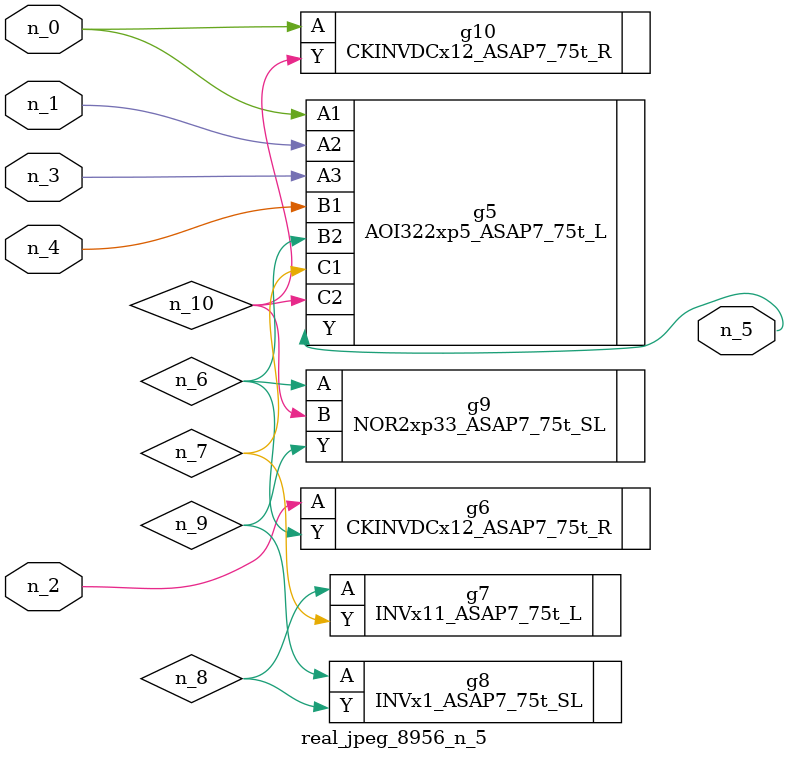
<source format=v>
module real_jpeg_8956_n_5 (n_4, n_0, n_1, n_2, n_3, n_5);

input n_4;
input n_0;
input n_1;
input n_2;
input n_3;

output n_5;

wire n_8;
wire n_6;
wire n_7;
wire n_10;
wire n_9;

AOI322xp5_ASAP7_75t_L g5 ( 
.A1(n_0),
.A2(n_1),
.A3(n_3),
.B1(n_4),
.B2(n_6),
.C1(n_7),
.C2(n_10),
.Y(n_5)
);

CKINVDCx12_ASAP7_75t_R g10 ( 
.A(n_0),
.Y(n_10)
);

CKINVDCx12_ASAP7_75t_R g6 ( 
.A(n_2),
.Y(n_6)
);

NOR2xp33_ASAP7_75t_SL g9 ( 
.A(n_6),
.B(n_10),
.Y(n_9)
);

INVx11_ASAP7_75t_L g7 ( 
.A(n_8),
.Y(n_7)
);

INVx1_ASAP7_75t_SL g8 ( 
.A(n_9),
.Y(n_8)
);


endmodule
</source>
